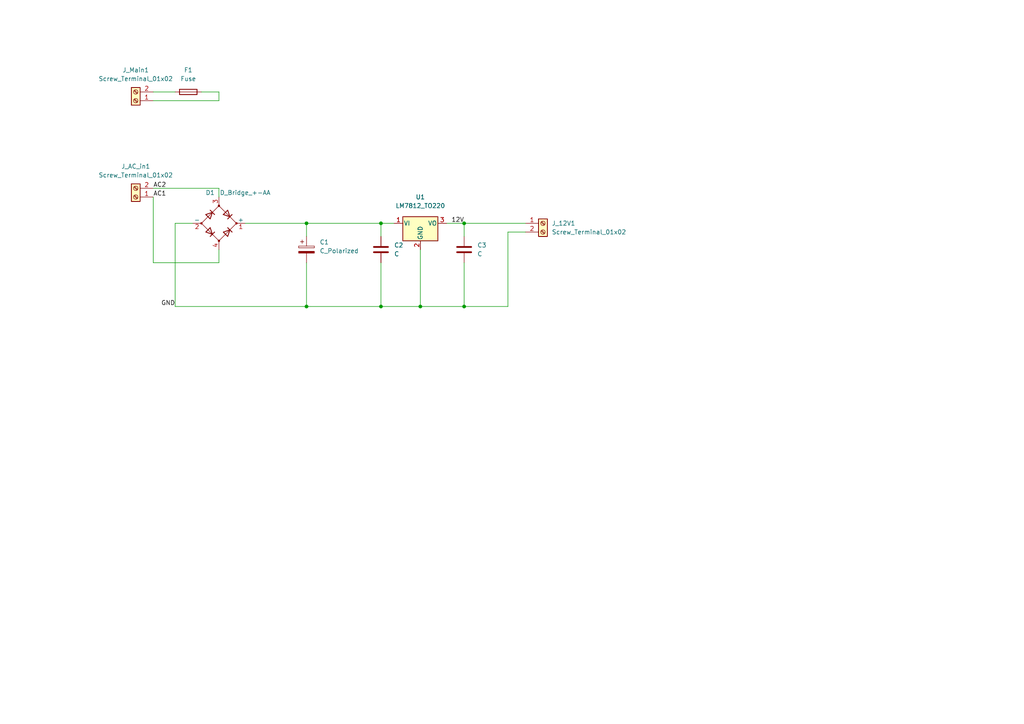
<source format=kicad_sch>
(kicad_sch (version 20211123) (generator eeschema)
  (paper "A4")
  (lib_symbols
    (symbol "Connector:Screw_Terminal_01x02" (pin_names (offset 1.016) hide)
      (property "Reference" "J" (at 0 2.54 0))
      (property "Value" "Screw_Terminal_01x02" (at 0 -5.08 0))
      (symbol "Screw_Terminal_01x02_1_1"
        (rectangle (start -1.27 1.27) (end 1.27 -3.81) (stroke (width 0.254)) (fill (type background)))
        (circle (center 0 -2.54) (radius 0.635) (stroke (width 0.1524)))
        (polyline (pts (xy -0.5334 -2.2098) (xy 0.3302 -3.048)) (stroke (width 0.1524)))
        (polyline (pts (xy -0.5334 0.3302) (xy 0.3302 -0.508)) (stroke (width 0.1524)))
        (polyline (pts (xy -0.3556 -2.032) (xy 0.508 -2.8702)) (stroke (width 0.1524)))
        (polyline (pts (xy -0.3556 0.508) (xy 0.508 -0.3302)) (stroke (width 0.1524)))
        (circle (center 0 0) (radius 0.635) (stroke (width 0.1524)))
        (pin passive line (at -5.08 0 0) (length 3.81) (name "Pin_1") (number "1"))
        (pin passive line (at -5.08 -2.54 0) (length 3.81) (name "Pin_2") (number "2"))
      )
    )
    (symbol "Device:C" (pin_numbers hide) (pin_names (offset 0.254))
      (property "Reference" "C" (at 0.635 2.54 0))
      (property "Value" "C" (at 0.635 -2.54 0))
      (symbol "C_0_1"
        (polyline (pts (xy -2.032 -0.762) (xy 2.032 -0.762)) (stroke (width 0.508)))
        (polyline (pts (xy -2.032 0.762) (xy 2.032 0.762)) (stroke (width 0.508)))
      )
      (symbol "C_1_1"
        (pin passive line (at 0 3.81 270) (length 2.794) (name "~") (number "1"))
        (pin passive line (at 0 -3.81 90) (length 2.794) (name "~") (number "2"))
      )
    )
    (symbol "Device:C_Polarized" (pin_numbers hide) (pin_names (offset 0.254))
      (property "Reference" "C" (at 0.635 2.54 0))
      (property "Value" "C_Polarized" (at 0.635 -2.54 0))
      (symbol "C_Polarized_0_1"
        (rectangle (start -2.286 0.508) (end 2.286 1.016))
        (polyline (pts (xy -1.778 2.286) (xy -0.762 2.286)))
        (polyline (pts (xy -1.27 2.794) (xy -1.27 1.778)))
        (rectangle (start 2.286 -0.508) (end -2.286 -1.016) (fill (type outline)))
      )
      (symbol "C_Polarized_1_1"
        (pin passive line (at 0 3.81 270) (length 2.794) (name "~") (number "1"))
        (pin passive line (at 0 -3.81 90) (length 2.794) (name "~") (number "2"))
      )
    )
    (symbol "Device:D_Bridge_+-AA" (pin_names (offset 0))
      (property "Reference" "D" (at 2.54 6.985 0))
      (property "Value" "D_Bridge_+-AA" (at 2.54 5.08 0))
      (symbol "D_Bridge_+-AA_0_1"
        (circle (center -5.08 0) (radius 0.254) (fill (type outline)))
        (circle (center 0 -5.08) (radius 0.254) (fill (type outline)))
        (polyline (pts (xy -2.54 3.81) (xy -1.27 2.54)) (stroke (width 0.254)))
        (polyline (pts (xy -1.27 -2.54) (xy -2.54 -3.81)) (stroke (width 0.254)))
        (polyline (pts (xy 2.54 -1.27) (xy 3.81 -2.54)) (stroke (width 0.254)))
        (polyline (pts (xy 2.54 1.27) (xy 3.81 2.54)) (stroke (width 0.254)))
        (polyline (pts (xy -3.81 2.54) (xy -2.54 1.27) (xy -1.905 3.175) (xy -3.81 2.54)) (stroke (width 0.254)))
        (polyline (pts (xy -2.54 -1.27) (xy -3.81 -2.54) (xy -1.905 -3.175) (xy -2.54 -1.27)) (stroke (width 0.254)))
        (polyline (pts (xy 1.27 2.54) (xy 2.54 3.81) (xy 3.175 1.905) (xy 1.27 2.54)) (stroke (width 0.254)))
        (polyline (pts (xy 3.175 -1.905) (xy 1.27 -2.54) (xy 2.54 -3.81) (xy 3.175 -1.905)) (stroke (width 0.254)))
        (polyline (pts (xy -5.08 0) (xy 0 -5.08) (xy 5.08 0) (xy 0 5.08) (xy -5.08 0)))
        (circle (center 0 5.08) (radius 0.254) (fill (type outline)))
        (circle (center 5.08 0) (radius 0.254) (fill (type outline)))
      )
      (symbol "D_Bridge_+-AA_1_1"
        (pin passive line (at 7.62 0 180) (length 2.54) (name "+") (number "1"))
        (pin passive line (at -7.62 0 0) (length 2.54) (name "-") (number "2"))
        (pin passive line (at 0 7.62 270) (length 2.54) (name "~") (number "3"))
        (pin passive line (at 0 -7.62 90) (length 2.54) (name "~") (number "4"))
      )
    )
    (symbol "Device:Fuse" (pin_numbers hide) (pin_names (offset 0))
      (property "Reference" "F" (at 2.032 0 90))
      (property "Value" "Fuse" (at -1.905 0 90))
      (symbol "Fuse_0_1"
        (rectangle (start -0.762 -2.54) (end 0.762 2.54) (stroke (width 0.254)))
        (polyline (pts (xy 0 2.54) (xy 0 -2.54)))
      )
      (symbol "Fuse_1_1"
        (pin passive line (at 0 3.81 270) (length 1.27) (name "~") (number "1"))
        (pin passive line (at 0 -3.81 90) (length 1.27) (name "~") (number "2"))
      )
    )
    (symbol "Regulator_Linear:LM7812_TO220" (pin_names (offset 0.254))
      (property "Reference" "U" (at -3.81 3.175 0))
      (property "Value" "LM7812_TO220" (at 0 3.175 0))
      (symbol "LM7812_TO220_0_1"
        (rectangle (start -5.08 1.905) (end 5.08 -5.08) (stroke (width 0.254)) (fill (type background)))
      )
      (symbol "LM7812_TO220_1_1"
        (pin power_in line (at -7.62 0 0) (length 2.54) (name "VI") (number "1"))
        (pin power_in line (at 0 -7.62 90) (length 2.54) (name "GND") (number "2"))
        (pin power_out line (at 7.62 0 180) (length 2.54) (name "VO") (number "3"))
      )
    )
  )
  (junction (at 134.62 64.77))
  (junction (at 121.92 88.9))
  (junction (at 134.62 88.9))
  (junction (at 110.49 88.9))
  (junction (at 110.49 64.77))
  (junction (at 88.9 88.9))
  (junction (at 88.9 64.77))
  (wire (pts (xy 134.62 76.2) (xy 134.62 88.9)))
  (wire (pts (xy 134.62 88.9) (xy 121.92 88.9)))
  (wire (pts (xy 134.62 64.77) (xy 134.62 68.58)))
  (wire (pts (xy 147.32 88.9) (xy 134.62 88.9)))
  (wire (pts (xy 44.45 54.61) (xy 63.5 54.61)))
  (wire (pts (xy 129.54 64.77) (xy 134.62 64.77)))
  (wire (pts (xy 88.9 64.77) (xy 88.9 68.58)))
  (wire (pts (xy 88.9 88.9) (xy 110.49 88.9)))
  (wire (pts (xy 147.32 67.31) (xy 147.32 88.9)))
  (wire (pts (xy 152.4 67.31) (xy 147.32 67.31)))
  (wire (pts (xy 121.92 72.39) (xy 121.92 88.9)))
  (wire (pts (xy 63.5 26.67) (xy 63.5 29.21)))
  (wire (pts (xy 110.49 64.77) (xy 114.3 64.77)))
  (wire (pts (xy 71.12 64.77) (xy 88.9 64.77)))
  (wire (pts (xy 110.49 64.77) (xy 110.49 68.58)))
  (wire (pts (xy 110.49 76.2) (xy 110.49 88.9)))
  (wire (pts (xy 44.45 57.15) (xy 44.45 76.2)))
  (wire (pts (xy 50.8 88.9) (xy 88.9 88.9)))
  (wire (pts (xy 44.45 76.2) (xy 63.5 76.2)))
  (wire (pts (xy 88.9 64.77) (xy 110.49 64.77)))
  (wire (pts (xy 134.62 64.77) (xy 152.4 64.77)))
  (wire (pts (xy 50.8 88.9) (xy 50.8 64.77)))
  (wire (pts (xy 50.8 64.77) (xy 55.88 64.77)))
  (wire (pts (xy 44.45 29.21) (xy 63.5 29.21)))
  (wire (pts (xy 63.5 76.2) (xy 63.5 72.39)))
  (wire (pts (xy 44.45 26.67) (xy 50.8 26.67)))
  (wire (pts (xy 110.49 88.9) (xy 121.92 88.9)))
  (wire (pts (xy 63.5 54.61) (xy 63.5 57.15)))
  (wire (pts (xy 88.9 88.9) (xy 88.9 76.2)))
  (wire (pts (xy 58.42 26.67) (xy 63.5 26.67)))
  (label "AC1" (at 44.45 57.15 0))
  (label "GND" (at 50.8 88.9 180))
  (label "12V" (at 134.62 64.77 180))
  (label "AC2" (at 44.45 54.61 0))
  (symbol (lib_id "Regulator_Linear:LM7812_TO220") (at 121.92 64.77 0) (unit 1)
    (property "Reference" "U1" (at 121.92 57.15 0))
    (property "Value" "LM7812_TO220" (at 121.92 59.69 0))
    (property "Footprint" "Package_TO_SOT_THT:TO-220-3_Vertical" (effects hide))
    (property "Datasheet" "https://www.onsemi.cn/PowerSolutions/document/MC7800-D.PDF" (effects hide))
  )
  (symbol (lib_id "Device:D_Bridge_+-AA") (at 63.5 64.77 0) (unit 1)
    (property "Reference" "D1" (at 60.96 55.88 0))
    (property "Value" "D_Bridge_+-AA" (at 71.12 55.88 0))
  )
  (symbol (lib_id "Device:C_Polarized") (at 88.9 72.39 0) (unit 1)
    (property "Reference" "C1" (at 92.71 70.2309 0) (effects (justify left)))
    (property "Value" "C_Polarized" (at 92.71 72.7709 0) (effects (justify left)))
  )
  (symbol (lib_id "Connector:Screw_Terminal_01x02") (at 39.37 29.21 180) (unit 1)
    (property "Reference" "J_Main1" (at 39.37 20.32 0))
    (property "Value" "Screw_Terminal_01x02" (at 39.37 22.86 0))
  )
  (symbol (lib_id "Connector:Screw_Terminal_01x02") (at 157.48 64.77 0) (unit 1)
    (property "Reference" "J_12V1" (at 160.02 64.7699 0) (effects (justify left)))
    (property "Value" "Screw_Terminal_01x02" (at 160.02 67.3099 0) (effects (justify left)))
  )
  (symbol (lib_id "Device:C") (at 134.62 72.39 0) (unit 1)
    (property "Reference" "C3" (at 138.43 71.1199 0) (effects (justify left)))
    (property "Value" "C" (at 138.43 73.6599 0) (effects (justify left)))
  )
  (symbol (lib_id "Device:Fuse") (at 54.61 26.67 90) (unit 1)
    (property "Reference" "F1" (at 54.61 20.32 90))
    (property "Value" "Fuse" (at 54.61 22.86 90))
  )
  (symbol (lib_id "Connector:Screw_Terminal_01x02") (at 39.37 57.15 180) (unit 1)
    (property "Reference" "J_AC_in1" (at 39.37 48.26 0))
    (property "Value" "Screw_Terminal_01x02" (at 39.37 50.8 0))
  )
  (symbol (lib_id "Device:C") (at 110.49 72.39 0) (unit 1)
    (property "Reference" "C2" (at 114.3 71.1199 0) (effects (justify left)))
    (property "Value" "C" (at 114.3 73.6599 0) (effects (justify left)))
  )
)
</source>
